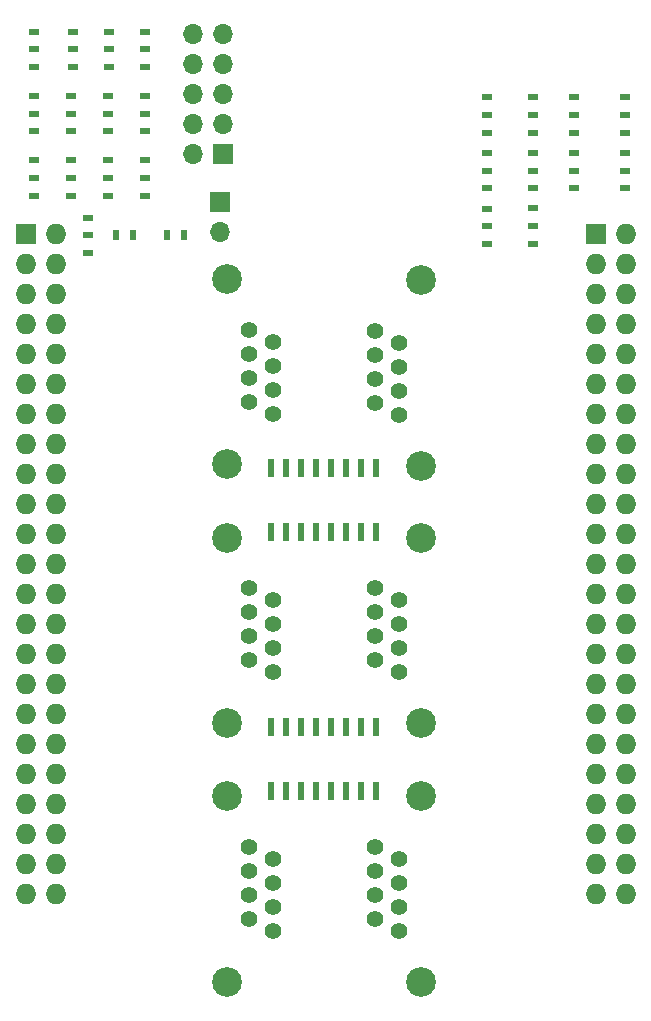
<source format=gbr>
G04 #@! TF.FileFunction,Soldermask,Bot*
%FSLAX46Y46*%
G04 Gerber Fmt 4.6, Leading zero omitted, Abs format (unit mm)*
G04 Created by KiCad (PCBNEW 4.0.7-e2-6376~58~ubuntu16.04.1) date Fri Jun  1 10:41:47 2018*
%MOMM*%
%LPD*%
G01*
G04 APERTURE LIST*
%ADD10C,0.100000*%
%ADD11R,1.700000X1.700000*%
%ADD12O,1.700000X1.700000*%
%ADD13R,1.727200X1.727200*%
%ADD14O,1.727200X1.727200*%
%ADD15C,1.422400*%
%ADD16C,2.514600*%
%ADD17R,0.900000X0.500000*%
%ADD18R,0.500000X0.900000*%
%ADD19R,0.600000X1.500000*%
G04 APERTURE END LIST*
D10*
D11*
X132842000Y-59690000D03*
D12*
X132842000Y-62230000D03*
D13*
X164630098Y-62382400D03*
D14*
X167170098Y-62382400D03*
X164630098Y-64922400D03*
X167170098Y-64922400D03*
X164630098Y-67462400D03*
X167170098Y-67462400D03*
X164630098Y-70002400D03*
X167170098Y-70002400D03*
X164630098Y-72542400D03*
X167170098Y-72542400D03*
X164630098Y-75082400D03*
X167170098Y-75082400D03*
X164630098Y-77622400D03*
X167170098Y-77622400D03*
X164630098Y-80162400D03*
X167170098Y-80162400D03*
X164630098Y-82702400D03*
X167170098Y-82702400D03*
X164630098Y-85242400D03*
X167170098Y-85242400D03*
X164630098Y-87782400D03*
X167170098Y-87782400D03*
X164630098Y-90322400D03*
X167170098Y-90322400D03*
X164630098Y-92862400D03*
X167170098Y-92862400D03*
X164630098Y-95402400D03*
X167170098Y-95402400D03*
X164630098Y-97942400D03*
X167170098Y-97942400D03*
X164630098Y-100482400D03*
X167170098Y-100482400D03*
X164630098Y-103022400D03*
X167170098Y-103022400D03*
X164630098Y-105562400D03*
X167170098Y-105562400D03*
X164630098Y-108102400D03*
X167170098Y-108102400D03*
X164630098Y-110642400D03*
X167170098Y-110642400D03*
X164630098Y-113182400D03*
X167170098Y-113182400D03*
X164630098Y-115722400D03*
X167170098Y-115722400D03*
X164630098Y-118262400D03*
X167170098Y-118262400D03*
D13*
X116370100Y-62382400D03*
D14*
X118910100Y-62382400D03*
X116370100Y-64922400D03*
X118910100Y-64922400D03*
X116370100Y-67462400D03*
X118910100Y-67462400D03*
X116370100Y-70002400D03*
X118910100Y-70002400D03*
X116370100Y-72542400D03*
X118910100Y-72542400D03*
X116370100Y-75082400D03*
X118910100Y-75082400D03*
X116370100Y-77622400D03*
X118910100Y-77622400D03*
X116370100Y-80162400D03*
X118910100Y-80162400D03*
X116370100Y-82702400D03*
X118910100Y-82702400D03*
X116370100Y-85242400D03*
X118910100Y-85242400D03*
X116370100Y-87782400D03*
X118910100Y-87782400D03*
X116370100Y-90322400D03*
X118910100Y-90322400D03*
X116370100Y-92862400D03*
X118910100Y-92862400D03*
X116370100Y-95402400D03*
X118910100Y-95402400D03*
X116370100Y-97942400D03*
X118910100Y-97942400D03*
X116370100Y-100482400D03*
X118910100Y-100482400D03*
X116370100Y-103022400D03*
X118910100Y-103022400D03*
X116370100Y-105562400D03*
X118910100Y-105562400D03*
X116370100Y-108102400D03*
X118910100Y-108102400D03*
X116370100Y-110642400D03*
X118910100Y-110642400D03*
X116370100Y-113182400D03*
X118910100Y-113182400D03*
X116370100Y-115722400D03*
X118910100Y-115722400D03*
X116370100Y-118262400D03*
X118910100Y-118262400D03*
D15*
X135255000Y-74549000D03*
X135255000Y-72517000D03*
X135255000Y-70485000D03*
X137287000Y-71501000D03*
X137287000Y-73533000D03*
X137287000Y-75565000D03*
X137287000Y-77597000D03*
X135255000Y-76581000D03*
D16*
X133400800Y-66192400D03*
X133400800Y-81889600D03*
D15*
X135255000Y-96456500D03*
X135255000Y-94424500D03*
X135255000Y-92392500D03*
X137287000Y-93408500D03*
X137287000Y-95440500D03*
X137287000Y-97472500D03*
X137287000Y-99504500D03*
X135255000Y-98488500D03*
D16*
X133400800Y-88099900D03*
X133400800Y-103797100D03*
D15*
X135255000Y-118364000D03*
X135255000Y-116332000D03*
X135255000Y-114300000D03*
X137287000Y-115316000D03*
X137287000Y-117348000D03*
X137287000Y-119380000D03*
X137287000Y-121412000D03*
X135255000Y-120396000D03*
D16*
X133400800Y-110007400D03*
X133400800Y-125704600D03*
D15*
X147955000Y-73660000D03*
X147955000Y-75692000D03*
X147955000Y-77724000D03*
X145923000Y-76708000D03*
X145923000Y-74676000D03*
X145923000Y-72644000D03*
X145923000Y-70612000D03*
X147955000Y-71628000D03*
D16*
X149809200Y-82016600D03*
X149809200Y-66319400D03*
D15*
X147955000Y-95440500D03*
X147955000Y-97472500D03*
X147955000Y-99504500D03*
X145923000Y-98488500D03*
X145923000Y-96456500D03*
X145923000Y-94424500D03*
X145923000Y-92392500D03*
X147955000Y-93408500D03*
D16*
X149809200Y-103797100D03*
X149809200Y-88099900D03*
D15*
X147955000Y-117348000D03*
X147955000Y-119380000D03*
X147955000Y-121412000D03*
X145923000Y-120396000D03*
X145923000Y-118364000D03*
X145923000Y-116332000D03*
X145923000Y-114300000D03*
X147955000Y-115316000D03*
D16*
X149809200Y-125704600D03*
X149809200Y-110007400D03*
D11*
X133096000Y-55626000D03*
D12*
X130556000Y-55626000D03*
X133096000Y-53086000D03*
X130556000Y-53086000D03*
X133096000Y-50546000D03*
X130556000Y-50546000D03*
X133096000Y-48006000D03*
X130556000Y-48006000D03*
X133096000Y-45466000D03*
X130556000Y-45466000D03*
D17*
X126492000Y-45260000D03*
X126492000Y-46760000D03*
X126492000Y-48260000D03*
X126491998Y-50697000D03*
X126491998Y-52197000D03*
X126491998Y-53697000D03*
X126491998Y-56134000D03*
X126491998Y-57634000D03*
X126491998Y-59134000D03*
X117094000Y-45260000D03*
X117094000Y-46760000D03*
X117094000Y-48260000D03*
X120396000Y-45260000D03*
X120396000Y-46760000D03*
X120396000Y-48260000D03*
X123444000Y-45260000D03*
X123444000Y-46760000D03*
X123444000Y-48260000D03*
X117094000Y-50697000D03*
X117094000Y-52197000D03*
X117094000Y-53697000D03*
X120181997Y-50697000D03*
X120181997Y-52197000D03*
X120181997Y-53697000D03*
X123359332Y-50697000D03*
X123359332Y-52197000D03*
X123359332Y-53697000D03*
X117094000Y-56134000D03*
X117094000Y-57634000D03*
X117094000Y-59134000D03*
X120226666Y-56134000D03*
X120226666Y-57634000D03*
X120226666Y-59134000D03*
X123359332Y-56134000D03*
X123359332Y-57634000D03*
X123359332Y-59134000D03*
X121666000Y-61008000D03*
X121666000Y-62508000D03*
X121666000Y-64008000D03*
X159339886Y-60222000D03*
X159339886Y-61722000D03*
X159339886Y-63222000D03*
X155443829Y-50812000D03*
X155443829Y-52312000D03*
X155443829Y-53812000D03*
X155443829Y-55529000D03*
X155443829Y-57029000D03*
X155443829Y-58529000D03*
X155443829Y-60246000D03*
X155443829Y-61746000D03*
X155443829Y-63246000D03*
X167132000Y-50812000D03*
X167132000Y-52312000D03*
X167132000Y-53812000D03*
X167132000Y-55529000D03*
X167132000Y-57029000D03*
X167132000Y-58529000D03*
X162814000Y-50812000D03*
X162814000Y-52312000D03*
X162814000Y-53812000D03*
X162814000Y-55529000D03*
X162814000Y-57029000D03*
X162814000Y-58529000D03*
X159339886Y-50812000D03*
X159339886Y-52312000D03*
X159339886Y-53812000D03*
X159339886Y-55529000D03*
X159339886Y-57029000D03*
X159339886Y-58529000D03*
D18*
X123976000Y-62484000D03*
X125476000Y-62484000D03*
X128294000Y-62484000D03*
X129794000Y-62484000D03*
D19*
X137109200Y-82212200D03*
X138379200Y-82212200D03*
X139649200Y-82212200D03*
X140919200Y-82212200D03*
X142189200Y-82212200D03*
X143459200Y-82212200D03*
X144729200Y-82212200D03*
X145999200Y-82212200D03*
X145999200Y-87612200D03*
X144729200Y-87612200D03*
X143459200Y-87612200D03*
X142189200Y-87612200D03*
X140919200Y-87612200D03*
X139649200Y-87612200D03*
X138379200Y-87612200D03*
X137109200Y-87612200D03*
X137109200Y-104165400D03*
X138379200Y-104165400D03*
X139649200Y-104165400D03*
X140919200Y-104165400D03*
X142189200Y-104165400D03*
X143459200Y-104165400D03*
X144729200Y-104165400D03*
X145999200Y-104165400D03*
X145999200Y-109565400D03*
X144729200Y-109565400D03*
X143459200Y-109565400D03*
X142189200Y-109565400D03*
X140919200Y-109565400D03*
X139649200Y-109565400D03*
X138379200Y-109565400D03*
X137109200Y-109565400D03*
M02*

</source>
